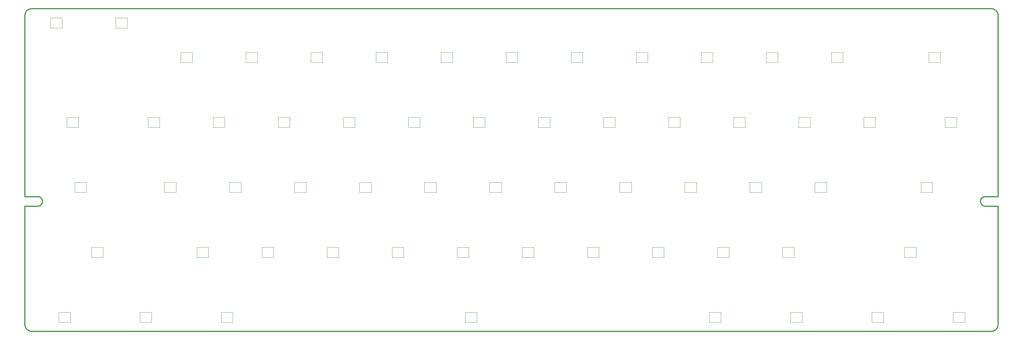
<source format=gbr>
%TF.GenerationSoftware,KiCad,Pcbnew,(5.1.10)-1*%
%TF.CreationDate,2021-07-24T22:52:44+07:00*%
%TF.ProjectId,65%_BLE,3635255f-424c-4452-9e6b-696361645f70,rev?*%
%TF.SameCoordinates,Original*%
%TF.FileFunction,Profile,NP*%
%FSLAX46Y46*%
G04 Gerber Fmt 4.6, Leading zero omitted, Abs format (unit mm)*
G04 Created by KiCad (PCBNEW (5.1.10)-1) date 2021-07-24 22:52:44*
%MOMM*%
%LPD*%
G01*
G04 APERTURE LIST*
%TA.AperFunction,Profile*%
%ADD10C,0.050000*%
%TD*%
%TA.AperFunction,Profile*%
%ADD11C,0.300000*%
%TD*%
G04 APERTURE END LIST*
D10*
%TO.C,SW52*%
X242206000Y-82750000D02*
X238806000Y-82750000D01*
X242206000Y-79750000D02*
X242206000Y-82750000D01*
X238806000Y-79750000D02*
X242206000Y-79750000D01*
X238806000Y-82750000D02*
X238806000Y-79750000D01*
%TO.C,SW45*%
X187437500Y-44650000D02*
X184037500Y-44650000D01*
X184037500Y-44650000D02*
X184037500Y-41650000D01*
X187437500Y-41650000D02*
X187437500Y-44650000D01*
X184037500Y-41650000D02*
X187437500Y-41650000D01*
%TO.C,SW31*%
X130287500Y-44650000D02*
X126887500Y-44650000D01*
X126887500Y-44650000D02*
X126887500Y-41650000D01*
X130287500Y-41650000D02*
X130287500Y-44650000D01*
X126887500Y-41650000D02*
X130287500Y-41650000D01*
%TO.C,SW64*%
X260238000Y-25600000D02*
X260238000Y-22600000D01*
X260238000Y-22600000D02*
X263638000Y-22600000D01*
X263638000Y-22600000D02*
X263638000Y-25600000D01*
X263638000Y-25600000D02*
X260238000Y-25600000D01*
%TO.C,SW63*%
X255475000Y-6550000D02*
X255475000Y-3550000D01*
X255475000Y-3550000D02*
X258875000Y-3550000D01*
X258875000Y-3550000D02*
X258875000Y-6550000D01*
X258875000Y-6550000D02*
X255475000Y-6550000D01*
%TO.C,SW60*%
X253168100Y-44650000D02*
X253168100Y-41650000D01*
X253168100Y-41650000D02*
X256568100Y-41650000D01*
X256568100Y-41650000D02*
X256568100Y-44650000D01*
X256568100Y-44650000D02*
X253168100Y-44650000D01*
%TO.C,SW59*%
X239825000Y-25600000D02*
X236425000Y-25600000D01*
X236425000Y-25600000D02*
X236425000Y-22600000D01*
X239825000Y-22600000D02*
X239825000Y-25600000D01*
X236425000Y-22600000D02*
X239825000Y-22600000D01*
%TO.C,SW58*%
X230300000Y-6550000D02*
X226900000Y-6550000D01*
X226900000Y-6550000D02*
X226900000Y-3550000D01*
X230300000Y-3550000D02*
X230300000Y-6550000D01*
X226900000Y-3550000D02*
X230300000Y-3550000D01*
%TO.C,SW57*%
X262618499Y-82750000D02*
X262618499Y-79750000D01*
X262618499Y-79750000D02*
X266018499Y-79750000D01*
X266018499Y-79750000D02*
X266018499Y-82750000D01*
X266018499Y-82750000D02*
X262618499Y-82750000D01*
%TO.C,SW56*%
X248331500Y-63700000D02*
X248331500Y-60700000D01*
X248331500Y-60700000D02*
X251731500Y-60700000D01*
X251731500Y-60700000D02*
X251731500Y-63700000D01*
X251731500Y-63700000D02*
X248331500Y-63700000D01*
%TO.C,SW55*%
X225537500Y-44650000D02*
X222137500Y-44650000D01*
X222137500Y-44650000D02*
X222137500Y-41650000D01*
X225537500Y-41650000D02*
X225537500Y-44650000D01*
X222137500Y-41650000D02*
X225537500Y-41650000D01*
%TO.C,SW54*%
X220775000Y-25600000D02*
X217375000Y-25600000D01*
X217375000Y-25600000D02*
X217375000Y-22600000D01*
X220775000Y-22600000D02*
X220775000Y-25600000D01*
X217375000Y-22600000D02*
X220775000Y-22600000D01*
%TO.C,SW53*%
X211250000Y-6550000D02*
X207850000Y-6550000D01*
X207850000Y-6550000D02*
X207850000Y-3550000D01*
X211250000Y-3550000D02*
X211250000Y-6550000D01*
X207850000Y-3550000D02*
X211250000Y-3550000D01*
%TO.C,SW51*%
X216012500Y-63700000D02*
X212612500Y-63700000D01*
X212612500Y-63700000D02*
X212612500Y-60700000D01*
X216012500Y-60700000D02*
X216012500Y-63700000D01*
X212612500Y-60700000D02*
X216012500Y-60700000D01*
%TO.C,SW50*%
X206487500Y-44650000D02*
X203087500Y-44650000D01*
X203087500Y-44650000D02*
X203087500Y-41650000D01*
X206487500Y-41650000D02*
X206487500Y-44650000D01*
X203087500Y-41650000D02*
X206487500Y-41650000D01*
%TO.C,SW49*%
X201725000Y-25600000D02*
X198325000Y-25600000D01*
X198325000Y-25600000D02*
X198325000Y-22600000D01*
X201725000Y-22600000D02*
X201725000Y-25600000D01*
X198325000Y-22600000D02*
X201725000Y-22600000D01*
%TO.C,SW48*%
X192200000Y-6550000D02*
X188800000Y-6550000D01*
X188800000Y-6550000D02*
X188800000Y-3550000D01*
X192200000Y-3550000D02*
X192200000Y-6550000D01*
X188800000Y-3550000D02*
X192200000Y-3550000D01*
%TO.C,SW47*%
X214993500Y-82750000D02*
X214993500Y-79750000D01*
X214993500Y-79750000D02*
X218393500Y-79750000D01*
X218393500Y-79750000D02*
X218393500Y-82750000D01*
X218393500Y-82750000D02*
X214993500Y-82750000D01*
%TO.C,SW46*%
X196962500Y-63700000D02*
X193562500Y-63700000D01*
X193562500Y-63700000D02*
X193562500Y-60700000D01*
X196962500Y-60700000D02*
X196962500Y-63700000D01*
X193562500Y-60700000D02*
X196962500Y-60700000D01*
%TO.C,SW44*%
X182675000Y-25600000D02*
X179275000Y-25600000D01*
X179275000Y-25600000D02*
X179275000Y-22600000D01*
X182675000Y-22600000D02*
X182675000Y-25600000D01*
X179275000Y-22600000D02*
X182675000Y-22600000D01*
%TO.C,SW43*%
X173150000Y-6550000D02*
X169750000Y-6550000D01*
X169750000Y-6550000D02*
X169750000Y-3550000D01*
X173150000Y-3550000D02*
X173150000Y-6550000D01*
X169750000Y-3550000D02*
X173150000Y-3550000D01*
%TO.C,SW42*%
X191181000Y-82750000D02*
X191181000Y-79750000D01*
X191181000Y-79750000D02*
X194581000Y-79750000D01*
X194581000Y-79750000D02*
X194581000Y-82750000D01*
X194581000Y-82750000D02*
X191181000Y-82750000D01*
%TO.C,SW41*%
X177912500Y-63700000D02*
X174512500Y-63700000D01*
X174512500Y-63700000D02*
X174512500Y-60700000D01*
X177912500Y-60700000D02*
X177912500Y-63700000D01*
X174512500Y-60700000D02*
X177912500Y-60700000D01*
%TO.C,SW40*%
X168387500Y-44650000D02*
X164987500Y-44650000D01*
X164987500Y-44650000D02*
X164987500Y-41650000D01*
X168387500Y-41650000D02*
X168387500Y-44650000D01*
X164987500Y-41650000D02*
X168387500Y-41650000D01*
%TO.C,SW39*%
X163625000Y-25600000D02*
X160225000Y-25600000D01*
X160225000Y-25600000D02*
X160225000Y-22600000D01*
X163625000Y-22600000D02*
X163625000Y-25600000D01*
X160225000Y-22600000D02*
X163625000Y-22600000D01*
%TO.C,SW38*%
X154100000Y-6550000D02*
X150700000Y-6550000D01*
X150700000Y-6550000D02*
X150700000Y-3550000D01*
X154100000Y-3550000D02*
X154100000Y-6550000D01*
X150700000Y-3550000D02*
X154100000Y-3550000D01*
%TO.C,SW37*%
X158862500Y-63700000D02*
X155462500Y-63700000D01*
X155462500Y-63700000D02*
X155462500Y-60700000D01*
X158862500Y-60700000D02*
X158862500Y-63700000D01*
X155462500Y-60700000D02*
X158862500Y-60700000D01*
%TO.C,SW36*%
X149337500Y-44650000D02*
X145937500Y-44650000D01*
X145937500Y-44650000D02*
X145937500Y-41650000D01*
X149337500Y-41650000D02*
X149337500Y-44650000D01*
X145937500Y-41650000D02*
X149337500Y-41650000D01*
%TO.C,SW35*%
X144575000Y-25600000D02*
X141175000Y-25600000D01*
X141175000Y-25600000D02*
X141175000Y-22600000D01*
X144575000Y-22600000D02*
X144575000Y-25600000D01*
X141175000Y-22600000D02*
X144575000Y-22600000D01*
%TO.C,SW34*%
X135050000Y-6550000D02*
X131650000Y-6550000D01*
X131650000Y-6550000D02*
X131650000Y-3550000D01*
X135050000Y-3550000D02*
X135050000Y-6550000D01*
X131650000Y-3550000D02*
X135050000Y-3550000D01*
%TO.C,SW33*%
X119743500Y-82750000D02*
X119743500Y-79750000D01*
X119743500Y-79750000D02*
X123143500Y-79750000D01*
X123143500Y-79750000D02*
X123143500Y-82750000D01*
X123143500Y-82750000D02*
X119743500Y-82750000D01*
%TO.C,SW32*%
X139812500Y-63700000D02*
X136412500Y-63700000D01*
X136412500Y-63700000D02*
X136412500Y-60700000D01*
X139812500Y-60700000D02*
X139812500Y-63700000D01*
X136412500Y-60700000D02*
X139812500Y-60700000D01*
%TO.C,SW30*%
X125525000Y-25600000D02*
X122125000Y-25600000D01*
X122125000Y-25600000D02*
X122125000Y-22600000D01*
X125525000Y-22600000D02*
X125525000Y-25600000D01*
X122125000Y-22600000D02*
X125525000Y-22600000D01*
%TO.C,SW29*%
X116000000Y-6550000D02*
X112600000Y-6550000D01*
X112600000Y-6550000D02*
X112600000Y-3550000D01*
X116000000Y-3550000D02*
X116000000Y-6550000D01*
X112600000Y-3550000D02*
X116000000Y-3550000D01*
%TO.C,SW28*%
X120762500Y-63700000D02*
X117362500Y-63700000D01*
X117362500Y-63700000D02*
X117362500Y-60700000D01*
X120762500Y-60700000D02*
X120762500Y-63700000D01*
X117362500Y-60700000D02*
X120762500Y-60700000D01*
%TO.C,SW27*%
X111237500Y-44650000D02*
X107837500Y-44650000D01*
X107837500Y-44650000D02*
X107837500Y-41650000D01*
X111237500Y-41650000D02*
X111237500Y-44650000D01*
X107837500Y-41650000D02*
X111237500Y-41650000D01*
%TO.C,SW26*%
X106475000Y-25600000D02*
X103075000Y-25600000D01*
X103075000Y-25600000D02*
X103075000Y-22600000D01*
X106475000Y-22600000D02*
X106475000Y-25600000D01*
X103075000Y-22600000D02*
X106475000Y-22600000D01*
%TO.C,SW25*%
X96950000Y-6550000D02*
X93550000Y-6550000D01*
X93550000Y-6550000D02*
X93550000Y-3550000D01*
X96950000Y-3550000D02*
X96950000Y-6550000D01*
X93550000Y-3550000D02*
X96950000Y-3550000D01*
%TO.C,SW24*%
X101712500Y-63700000D02*
X98312500Y-63700000D01*
X98312500Y-63700000D02*
X98312500Y-60700000D01*
X101712500Y-60700000D02*
X101712500Y-63700000D01*
X98312500Y-60700000D02*
X101712500Y-60700000D01*
%TO.C,SW23*%
X92187500Y-44650000D02*
X88787500Y-44650000D01*
X88787500Y-44650000D02*
X88787500Y-41650000D01*
X92187500Y-41650000D02*
X92187500Y-44650000D01*
X88787500Y-41650000D02*
X92187500Y-41650000D01*
%TO.C,SW22*%
X87425000Y-25600000D02*
X84025000Y-25600000D01*
X84025000Y-25600000D02*
X84025000Y-22600000D01*
X87425000Y-22600000D02*
X87425000Y-25600000D01*
X84025000Y-22600000D02*
X87425000Y-22600000D01*
%TO.C,SW21*%
X77900000Y-6550000D02*
X74500000Y-6550000D01*
X74500000Y-6550000D02*
X74500000Y-3550000D01*
X77900000Y-3550000D02*
X77900000Y-6550000D01*
X74500000Y-3550000D02*
X77900000Y-3550000D01*
%TO.C,SW20*%
X82662500Y-63700000D02*
X79262500Y-63700000D01*
X79262500Y-63700000D02*
X79262500Y-60700000D01*
X82662500Y-60700000D02*
X82662500Y-63700000D01*
X79262500Y-60700000D02*
X82662500Y-60700000D01*
%TO.C,SW19*%
X73137500Y-44650000D02*
X69737500Y-44650000D01*
X69737500Y-44650000D02*
X69737500Y-41650000D01*
X73137500Y-41650000D02*
X73137500Y-44650000D01*
X69737500Y-41650000D02*
X73137500Y-41650000D01*
%TO.C,SW18*%
X68375000Y-25600000D02*
X64975000Y-25600000D01*
X64975000Y-25600000D02*
X64975000Y-22600000D01*
X68375000Y-22600000D02*
X68375000Y-25600000D01*
X64975000Y-22600000D02*
X68375000Y-22600000D01*
%TO.C,SW17*%
X58850000Y-6550000D02*
X55450000Y-6550000D01*
X55450000Y-6550000D02*
X55450000Y-3550000D01*
X58850000Y-3550000D02*
X58850000Y-6550000D01*
X55450000Y-3550000D02*
X58850000Y-3550000D01*
%TO.C,SW15*%
X48306000Y-82750000D02*
X48306000Y-79750000D01*
X48306000Y-79750000D02*
X51706000Y-79750000D01*
X51706000Y-79750000D02*
X51706000Y-82750000D01*
X51706000Y-82750000D02*
X48306000Y-82750000D01*
%TO.C,SW14*%
X63612500Y-63700000D02*
X60212500Y-63700000D01*
X60212500Y-63700000D02*
X60212500Y-60700000D01*
X63612500Y-60700000D02*
X63612500Y-63700000D01*
X60212500Y-60700000D02*
X63612500Y-60700000D01*
%TO.C,SW13*%
X54087500Y-44650000D02*
X50687500Y-44650000D01*
X50687500Y-44650000D02*
X50687500Y-41650000D01*
X54087500Y-41650000D02*
X54087500Y-44650000D01*
X50687500Y-41650000D02*
X54087500Y-41650000D01*
%TO.C,SW12*%
X49325000Y-25600000D02*
X45925000Y-25600000D01*
X45925000Y-25600000D02*
X45925000Y-22600000D01*
X49325000Y-22600000D02*
X49325000Y-25600000D01*
X45925000Y-22600000D02*
X49325000Y-22600000D01*
%TO.C,SW11*%
X39800000Y-6550000D02*
X36400000Y-6550000D01*
X36400000Y-6550000D02*
X36400000Y-3550000D01*
X39800000Y-3550000D02*
X39800000Y-6550000D01*
X36400000Y-3550000D02*
X39800000Y-3550000D01*
%TO.C,SW10*%
X24493500Y-82750000D02*
X24493500Y-79750000D01*
X24493500Y-79750000D02*
X27893500Y-79750000D01*
X27893500Y-79750000D02*
X27893500Y-82750000D01*
X27893500Y-82750000D02*
X24493500Y-82750000D01*
%TO.C,SW9*%
X44562500Y-63700000D02*
X41162500Y-63700000D01*
X41162500Y-63700000D02*
X41162500Y-60700000D01*
X44562500Y-60700000D02*
X44562500Y-63700000D01*
X41162500Y-60700000D02*
X44562500Y-60700000D01*
%TO.C,SW8*%
X35037500Y-44650000D02*
X31637500Y-44650000D01*
X31637500Y-44650000D02*
X31637500Y-41650000D01*
X35037500Y-41650000D02*
X35037500Y-44650000D01*
X31637500Y-41650000D02*
X35037500Y-41650000D01*
%TO.C,SW7*%
X30275000Y-25600000D02*
X26875000Y-25600000D01*
X26875000Y-25600000D02*
X26875000Y-22600000D01*
X30275000Y-22600000D02*
X30275000Y-25600000D01*
X26875000Y-22600000D02*
X30275000Y-22600000D01*
%TO.C,SW6*%
X17350000Y6550000D02*
X20750000Y6550000D01*
X20750000Y6550000D02*
X20750000Y3550000D01*
X17350000Y3550000D02*
X17350000Y6550000D01*
X20750000Y3550000D02*
X17350000Y3550000D01*
%TO.C,SW5*%
X681000Y-82750000D02*
X681000Y-79750000D01*
X681000Y-79750000D02*
X4081000Y-79750000D01*
X4081000Y-79750000D02*
X4081000Y-82750000D01*
X4081000Y-82750000D02*
X681000Y-82750000D01*
%TO.C,SW4*%
X10280600Y-63700000D02*
X10280600Y-60700000D01*
X10280600Y-60700000D02*
X13680600Y-60700000D01*
X13680600Y-60700000D02*
X13680600Y-63700000D01*
X13680600Y-63700000D02*
X10280600Y-63700000D01*
%TO.C,SW3*%
X5444000Y-44650000D02*
X5444000Y-41650000D01*
X5444000Y-41650000D02*
X8844000Y-41650000D01*
X8844000Y-41650000D02*
X8844000Y-44650000D01*
X8844000Y-44650000D02*
X5444000Y-44650000D01*
%TO.C,SW2*%
X3063000Y-25600000D02*
X3063000Y-22600000D01*
X3063000Y-22600000D02*
X6463000Y-22600000D01*
X6463000Y-22600000D02*
X6463000Y-25600000D01*
X6463000Y-25600000D02*
X3063000Y-25600000D01*
%TO.C,SW1*%
X-1700000Y6550000D02*
X1700000Y6550000D01*
X1700000Y6550000D02*
X1700000Y3550000D01*
X-1700000Y3550000D02*
X-1700000Y6550000D01*
X1700000Y3550000D02*
X-1700000Y3550000D01*
D11*
%TO.C,REF\u002A\u002A*%
X-7201000Y-85369800D02*
X273799000Y-85369800D01*
X273799000Y9230200D02*
X-7201000Y9230200D01*
X-9201000Y-83369800D02*
X-9201000Y-48669800D01*
X-9201000Y-48669800D02*
X-5401000Y-48669800D01*
X-5401000Y-45869800D02*
X-9201000Y-45869800D01*
X-9201000Y-45869800D02*
X-9201000Y7230200D01*
X275799000Y-48669800D02*
X275799000Y-83369800D01*
X275799000Y-45869800D02*
X275799000Y7230200D01*
X271999000Y-48669800D02*
X275799000Y-48669800D01*
X271999000Y-45869800D02*
X275799000Y-45869800D01*
X-5401000Y-48669800D02*
G75*
G03*
X-4001000Y-47269800I0J1400000D01*
G01*
X271999000Y-48669800D02*
G75*
G02*
X270599000Y-47269800I0J1400000D01*
G01*
X270599000Y-47269800D02*
G75*
G02*
X271999000Y-45869800I1400000J0D01*
G01*
X-4001000Y-47269800D02*
G75*
G03*
X-5401000Y-45869800I-1400000J0D01*
G01*
X275799000Y7230200D02*
G75*
G03*
X273799000Y9230200I-2000000J0D01*
G01*
X273799000Y-85369800D02*
G75*
G03*
X275799000Y-83369800I0J2000000D01*
G01*
X-9201000Y-83369800D02*
G75*
G03*
X-7201000Y-85369800I2000000J0D01*
G01*
X-7201000Y9230200D02*
G75*
G03*
X-9201000Y7230200I0J-2000000D01*
G01*
%TD*%
M02*

</source>
